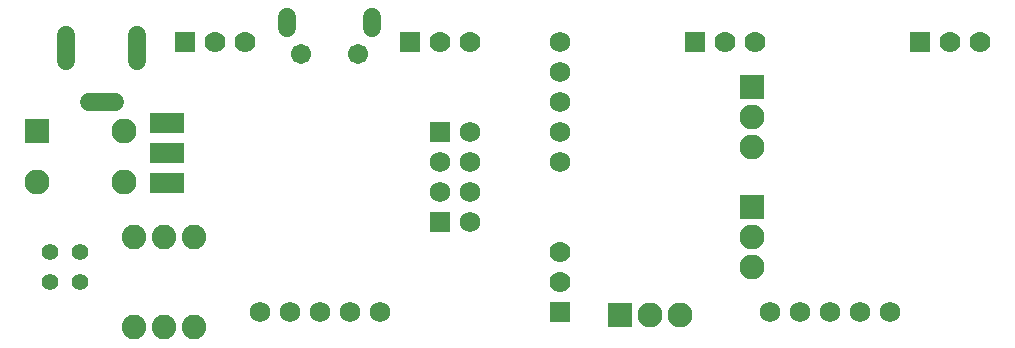
<source format=gbs>
G04 ---------------------------- Layer name :BOTTOM SOLDER LAYER*
G04 easyEDA 0.1*
G04 Scale: 100 percent, Rotated: No, Reflected: No *
G04 Dimensions in inches *
G04 leading zeros omitted , absolute positions ,2 integer and 4 * 
%FSLAX24Y24*%
%MOIN*%
G90*
G70D02*

%ADD11C,0.059181*%
%ADD12C,0.059181*%
%ADD15C,0.067055*%
%ADD17C,0.070000*%
%ADD19R,0.070000X0.070000*%
%ADD20C,0.068000*%
%ADD22R,0.083000X0.083000*%
%ADD23C,0.083000*%
%ADD25C,0.082000*%
%ADD27R,0.068000X0.068000*%
%ADD28R,0.115500X0.067700*%
%ADD29C,0.055000*%

%LPD*%
G54D11*
G01X9386Y22988D02*
G01X9386Y23343D01*
G01X12236Y22988D02*
G01X12236Y23343D01*
G54D12*
G01X4400Y21866D02*
G01X4400Y22733D01*
G01X2038Y22733D02*
G01X2038Y21866D01*
G01X3652Y20509D02*
G01X2785Y20509D01*
G54D15*
G01X11760Y22103D03*
G01X9855Y22103D03*
G54D17*
G01X15500Y22500D03*
G01X14500Y22500D03*
G54D19*
G01X13500Y22500D03*
G54D20*
G01X8500Y13500D03*
G01X9500Y13500D03*
G01X10500Y13500D03*
G01X11500Y13500D03*
G01X12500Y13500D03*
G54D22*
G01X1050Y19550D03*
G54D23*
G01X1050Y17850D03*
G01X3950Y17850D03*
G01X3950Y19550D03*
G54D17*
G01X8000Y22500D03*
G01X7000Y22500D03*
G54D19*
G01X6000Y22500D03*
G54D25*
G01X6300Y13000D03*
G01X6300Y16000D03*
G54D17*
G01X32500Y22500D03*
G01X31500Y22500D03*
G54D19*
G01X30500Y22500D03*
G54D20*
G01X25500Y13500D03*
G01X26500Y13500D03*
G01X27500Y13500D03*
G01X28500Y13500D03*
G01X29500Y13500D03*
G54D17*
G01X25000Y22500D03*
G01X24000Y22500D03*
G54D19*
G01X23000Y22500D03*
G54D23*
G01X24900Y19009D03*
G01X24900Y20009D03*
G54D22*
G01X24900Y21009D03*
G54D23*
G01X22489Y13400D03*
G01X21489Y13400D03*
G54D22*
G01X20489Y13400D03*
G54D23*
G01X24900Y15009D03*
G01X24900Y16009D03*
G54D22*
G01X24900Y17009D03*
G54D17*
G01X18500Y15500D03*
G01X18500Y14500D03*
G54D19*
G01X18500Y13500D03*
G54D20*
G01X18500Y18500D03*
G01X18500Y19500D03*
G01X18500Y20500D03*
G01X18500Y21500D03*
G01X18500Y22500D03*
G54D27*
G01X14500Y16500D03*
G54D20*
G01X15500Y16500D03*
G01X14500Y17500D03*
G01X15500Y17500D03*
G01X14500Y18500D03*
G01X15500Y18500D03*
G54D27*
G01X14500Y19500D03*
G54D20*
G01X15500Y19500D03*
G54D28*
G01X5400Y19800D03*
G01X5400Y18800D03*
G01X5400Y17800D03*
G54D29*
G01X2510Y14530D03*
G01X1510Y14530D03*
G01X2510Y15530D03*
G01X1510Y15530D03*
G54D25*
G01X5300Y16000D03*
G01X5300Y13000D03*
G01X4300Y16000D03*
G01X4300Y13000D03*

M00*
M02*
</source>
